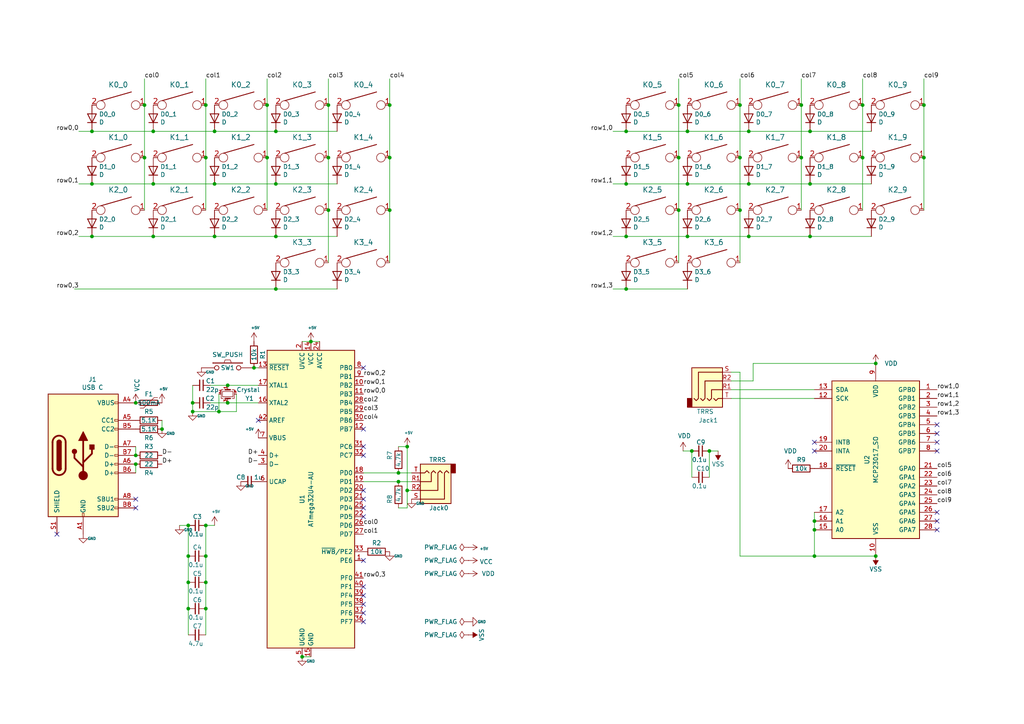
<source format=kicad_sch>
(kicad_sch (version 20230121) (generator eeschema)
  (paper "A4")
  (junction (at 59.69 168.91))
  (junction (at 234.95 68.58))
  (junction (at 44.45 38.1))
  (junction (at 181.61 68.58))
  (junction (at 115.57 139.7))
  (junction (at 59.69 161.29))
  (junction (at 80.01 38.1))
  (junction (at 181.61 38.1))
  (junction (at 199.39 68.58))
  (junction (at 196.85 60.96))
  (junction (at 234.95 53.34))
  (junction (at 236.22 153.67))
  (junction (at 199.39 53.34))
  (junction (at 62.23 38.1))
  (junction (at 87.63 190.5))
  (junction (at 59.69 176.53))
  (junction (at 44.45 68.58))
  (junction (at 55.88 116.84))
  (junction (at 39.37 132.08))
  (junction (at 95.25 45.72))
  (junction (at 118.11 142.24))
  (junction (at 39.37 134.62))
  (junction (at 115.57 137.16))
  (junction (at 236.22 151.13))
  (junction (at 26.67 38.1))
  (junction (at 214.63 60.96))
  (junction (at 217.17 53.34))
  (junction (at 66.04 111.76))
  (junction (at 26.67 68.58))
  (junction (at 254 105.41))
  (junction (at 196.85 45.72))
  (junction (at 181.61 53.34))
  (junction (at 54.61 176.53))
  (junction (at 55.88 119.38))
  (junction (at 196.85 30.48))
  (junction (at 267.97 30.48))
  (junction (at 217.17 38.1))
  (junction (at 113.03 45.72))
  (junction (at 73.66 106.68))
  (junction (at 214.63 45.72))
  (junction (at 90.17 99.06))
  (junction (at 250.19 30.48))
  (junction (at 77.47 30.48))
  (junction (at 95.25 30.48))
  (junction (at 39.37 116.84))
  (junction (at 59.69 45.72))
  (junction (at 59.69 30.48))
  (junction (at 181.61 83.82))
  (junction (at 205.74 130.81))
  (junction (at 54.61 168.91))
  (junction (at 232.41 30.48))
  (junction (at 59.69 152.4))
  (junction (at 250.19 45.72))
  (junction (at 80.01 83.82))
  (junction (at 80.01 53.34))
  (junction (at 63.5 119.38))
  (junction (at 254 161.29))
  (junction (at 236.22 161.29))
  (junction (at 46.99 124.46))
  (junction (at 234.95 38.1))
  (junction (at 26.67 53.34))
  (junction (at 62.23 68.58))
  (junction (at 232.41 45.72))
  (junction (at 200.66 130.81))
  (junction (at 41.91 30.48))
  (junction (at 113.03 30.48))
  (junction (at 267.97 45.72))
  (junction (at 54.61 161.29))
  (junction (at 113.03 60.96))
  (junction (at 80.01 68.58))
  (junction (at 214.63 30.48))
  (junction (at 41.91 45.72))
  (junction (at 118.11 129.54))
  (junction (at 95.25 60.96))
  (junction (at 44.45 53.34))
  (junction (at 66.04 116.84))
  (junction (at 199.39 38.1))
  (junction (at 54.61 152.4))
  (junction (at 217.17 68.58))
  (junction (at 77.47 45.72))
  (junction (at 62.23 53.34))
  (no_connect (at 236.22 128.27))
  (no_connect (at 105.41 106.68))
  (no_connect (at 39.37 144.78))
  (no_connect (at 105.41 177.8))
  (no_connect (at 271.78 151.13))
  (no_connect (at 105.41 180.34))
  (no_connect (at 271.78 128.27))
  (no_connect (at 105.41 162.56))
  (no_connect (at 105.41 144.78))
  (no_connect (at 105.41 147.32))
  (no_connect (at 105.41 170.18))
  (no_connect (at 105.41 129.54))
  (no_connect (at 105.41 149.86))
  (no_connect (at 74.93 121.92))
  (no_connect (at 271.78 130.81))
  (no_connect (at 271.78 123.19))
  (no_connect (at 271.78 148.59))
  (no_connect (at 16.51 154.94))
  (no_connect (at 105.41 175.26))
  (no_connect (at 271.78 125.73))
  (no_connect (at 39.37 147.32))
  (no_connect (at 236.22 130.81))
  (no_connect (at 271.78 153.67))
  (no_connect (at 105.41 132.08))
  (no_connect (at 388.62 93.98))
  (no_connect (at 105.41 172.72))
  (no_connect (at 105.41 124.46))
  (no_connect (at 105.41 142.24))
  (wire (pts (xy 68.58 119.38) (xy 63.5 119.38)))
  (wire (pts (xy 234.95 53.34) (xy 217.17 53.34)))
  (wire (pts (xy 80.01 83.82) (xy 97.79 83.82)))
  (wire (pts (xy 214.63 22.86) (xy 214.63 30.48)))
  (wire (pts (xy 113.03 30.48) (xy 113.03 45.72)))
  (wire (pts (xy 267.97 22.86) (xy 267.97 30.48)))
  (wire (pts (xy 198.12 130.81) (xy 200.66 130.81)))
  (wire (pts (xy 267.97 45.72) (xy 267.97 60.96)))
  (wire (pts (xy 181.61 83.82) (xy 199.39 83.82)))
  (wire (pts (xy 236.22 153.67) (xy 236.22 161.29)))
  (wire (pts (xy 113.03 76.2) (xy 113.03 60.96)))
  (wire (pts (xy 74.93 111.76) (xy 66.04 111.76)))
  (wire (pts (xy 95.25 76.2) (xy 95.25 60.96)))
  (wire (pts (xy 199.39 53.34) (xy 217.17 53.34)))
  (wire (pts (xy 212.09 113.03) (xy 236.22 113.03)))
  (wire (pts (xy 80.01 38.1) (xy 62.23 38.1)))
  (wire (pts (xy 196.85 45.72) (xy 196.85 60.96)))
  (wire (pts (xy 54.61 184.15) (xy 54.61 176.53)))
  (wire (pts (xy 199.39 38.1) (xy 217.17 38.1)))
  (wire (pts (xy 55.88 116.84) (xy 55.88 119.38)))
  (wire (pts (xy 46.99 121.92) (xy 46.99 124.46)))
  (wire (pts (xy 80.01 53.34) (xy 62.23 53.34)))
  (wire (pts (xy 196.85 76.2) (xy 196.85 60.96)))
  (wire (pts (xy 115.57 137.16) (xy 119.38 137.16)))
  (wire (pts (xy 59.69 168.91) (xy 59.69 176.53)))
  (wire (pts (xy 113.03 45.72) (xy 113.03 60.96)))
  (wire (pts (xy 66.04 111.76) (xy 60.96 111.76)))
  (wire (pts (xy 59.69 22.86) (xy 59.69 30.48)))
  (wire (pts (xy 115.57 129.54) (xy 118.11 129.54)))
  (wire (pts (xy 267.97 30.48) (xy 267.97 45.72)))
  (wire (pts (xy 22.86 68.58) (xy 26.67 68.58)))
  (wire (pts (xy 200.66 138.43) (xy 200.66 130.81)))
  (wire (pts (xy 95.25 45.72) (xy 95.25 60.96)))
  (wire (pts (xy 26.67 53.34) (xy 44.45 53.34)))
  (wire (pts (xy 59.69 176.53) (xy 59.69 184.15)))
  (wire (pts (xy 55.88 119.38) (xy 63.5 119.38)))
  (wire (pts (xy 54.61 161.29) (xy 54.61 152.4)))
  (wire (pts (xy 218.44 105.41) (xy 254 105.41)))
  (wire (pts (xy 77.47 45.72) (xy 77.47 60.96)))
  (wire (pts (xy 92.71 99.06) (xy 90.17 99.06)))
  (wire (pts (xy 119.38 142.24) (xy 118.11 142.24)))
  (wire (pts (xy 44.45 38.1) (xy 62.23 38.1)))
  (wire (pts (xy 68.58 114.3) (xy 68.58 119.38)))
  (wire (pts (xy 95.25 22.86) (xy 95.25 30.48)))
  (wire (pts (xy 52.07 152.4) (xy 54.61 152.4)))
  (wire (pts (xy 214.63 161.29) (xy 236.22 161.29)))
  (wire (pts (xy 118.11 147.32) (xy 118.11 142.24)))
  (wire (pts (xy 105.41 139.7) (xy 115.57 139.7)))
  (wire (pts (xy 59.69 161.29) (xy 59.69 168.91)))
  (wire (pts (xy 63.5 119.38) (xy 63.5 114.3)))
  (wire (pts (xy 252.73 53.34) (xy 234.95 53.34)))
  (wire (pts (xy 205.74 138.43) (xy 205.74 130.81)))
  (wire (pts (xy 54.61 168.91) (xy 54.61 161.29)))
  (wire (pts (xy 118.11 142.24) (xy 118.11 129.54)))
  (wire (pts (xy 218.44 110.49) (xy 218.44 105.41)))
  (wire (pts (xy 196.85 22.86) (xy 196.85 30.48)))
  (wire (pts (xy 177.8 68.58) (xy 181.61 68.58)))
  (wire (pts (xy 41.91 45.72) (xy 41.91 60.96)))
  (wire (pts (xy 234.95 38.1) (xy 217.17 38.1)))
  (wire (pts (xy 59.69 152.4) (xy 62.23 152.4)))
  (wire (pts (xy 232.41 45.72) (xy 232.41 60.96)))
  (wire (pts (xy 59.69 45.72) (xy 59.69 60.96)))
  (wire (pts (xy 60.96 116.84) (xy 66.04 116.84)))
  (wire (pts (xy 97.79 53.34) (xy 80.01 53.34)))
  (wire (pts (xy 59.69 152.4) (xy 59.69 161.29)))
  (wire (pts (xy 214.63 107.95) (xy 214.63 161.29)))
  (wire (pts (xy 212.09 107.95) (xy 214.63 107.95)))
  (wire (pts (xy 232.41 30.48) (xy 232.41 45.72)))
  (wire (pts (xy 74.93 106.68) (xy 73.66 106.68)))
  (wire (pts (xy 236.22 161.29) (xy 254 161.29)))
  (wire (pts (xy 77.47 30.48) (xy 77.47 45.72)))
  (wire (pts (xy 113.03 22.86) (xy 113.03 30.48)))
  (wire (pts (xy 214.63 60.96) (xy 214.63 76.2)))
  (wire (pts (xy 41.91 30.48) (xy 41.91 45.72)))
  (wire (pts (xy 54.61 176.53) (xy 54.61 168.91)))
  (wire (pts (xy 232.41 22.86) (xy 232.41 30.48)))
  (wire (pts (xy 208.28 130.81) (xy 205.74 130.81)))
  (wire (pts (xy 90.17 190.5) (xy 87.63 190.5)))
  (wire (pts (xy 250.19 30.48) (xy 250.19 45.72)))
  (wire (pts (xy 181.61 68.58) (xy 199.39 68.58)))
  (wire (pts (xy 21.59 83.82) (xy 80.01 83.82)))
  (wire (pts (xy 177.8 38.1) (xy 181.61 38.1)))
  (wire (pts (xy 97.79 38.1) (xy 80.01 38.1)))
  (wire (pts (xy 212.09 115.57) (xy 236.22 115.57)))
  (wire (pts (xy 252.73 68.58) (xy 234.95 68.58)))
  (wire (pts (xy 115.57 139.7) (xy 119.38 139.7)))
  (wire (pts (xy 39.37 132.08) (xy 39.37 129.54)))
  (wire (pts (xy 74.93 116.84) (xy 66.04 116.84)))
  (wire (pts (xy 214.63 30.48) (xy 214.63 45.72)))
  (wire (pts (xy 44.45 68.58) (xy 62.23 68.58)))
  (wire (pts (xy 212.09 110.49) (xy 218.44 110.49)))
  (wire (pts (xy 177.8 53.34) (xy 181.61 53.34)))
  (wire (pts (xy 236.22 151.13) (xy 236.22 153.67)))
  (wire (pts (xy 252.73 38.1) (xy 234.95 38.1)))
  (wire (pts (xy 59.69 30.48) (xy 59.69 45.72)))
  (wire (pts (xy 196.85 30.48) (xy 196.85 45.72)))
  (wire (pts (xy 250.19 22.86) (xy 250.19 30.48)))
  (wire (pts (xy 199.39 68.58) (xy 217.17 68.58)))
  (wire (pts (xy 105.41 137.16) (xy 115.57 137.16)))
  (wire (pts (xy 181.61 53.34) (xy 199.39 53.34)))
  (wire (pts (xy 26.67 38.1) (xy 44.45 38.1)))
  (wire (pts (xy 181.61 38.1) (xy 199.39 38.1)))
  (wire (pts (xy 80.01 68.58) (xy 62.23 68.58)))
  (wire (pts (xy 22.86 53.34) (xy 26.67 53.34)))
  (wire (pts (xy 236.22 148.59) (xy 236.22 151.13)))
  (wire (pts (xy 41.91 22.86) (xy 41.91 30.48)))
  (wire (pts (xy 97.79 68.58) (xy 80.01 68.58)))
  (wire (pts (xy 55.88 111.76) (xy 55.88 116.84)))
  (wire (pts (xy 77.47 22.86) (xy 77.47 30.48)))
  (wire (pts (xy 95.25 30.48) (xy 95.25 45.72)))
  (wire (pts (xy 39.37 137.16) (xy 39.37 134.62)))
  (wire (pts (xy 250.19 45.72) (xy 250.19 60.96)))
  (wire (pts (xy 214.63 45.72) (xy 214.63 60.96)))
  (wire (pts (xy 22.86 38.1) (xy 26.67 38.1)))
  (wire (pts (xy 44.45 53.34) (xy 62.23 53.34)))
  (wire (pts (xy 26.67 68.58) (xy 44.45 68.58)))
  (wire (pts (xy 217.17 68.58) (xy 234.95 68.58)))
  (wire (pts (xy 115.57 147.32) (xy 118.11 147.32)))
  (wire (pts (xy 90.17 99.06) (xy 87.63 99.06)))
  (wire (pts (xy 177.8 83.82) (xy 181.61 83.82)))
  (label "col9" (at 267.97 22.86 0))
  (label "row1,1" (at 177.8 53.34 180))
  (label "row1,3" (at 271.78 120.65 0))
  (label "col7" (at 271.78 140.97 0))
  (label "row0,3" (at 105.41 167.64 0))
  (label "col6" (at 271.78 138.43 0))
  (label "row1,0" (at 177.8 38.1 180))
  (label "row0,1" (at 105.41 111.76 0))
  (label "col5" (at 196.85 22.86 0))
  (label "row0,2" (at 105.41 109.22 0))
  (label "col1" (at 105.41 154.94 0))
  (label "D+" (at 74.93 132.08 180))
  (label "D-" (at 46.99 132.08 0))
  (label "col2" (at 77.47 22.86 0))
  (label "row1,2" (at 271.78 118.11 0))
  (label "row1,2" (at 177.8 68.58 180))
  (label "row0,3" (at 22.86 83.82 180))
  (label "col5" (at 271.78 135.89 0))
  (label "col3" (at 105.41 119.38 0))
  (label "col3" (at 95.25 22.86 0))
  (label "col4" (at 113.03 22.86 0))
  (label "col2" (at 105.41 116.84 0))
  (label "row0,1" (at 22.86 53.34 180))
  (label "col6" (at 214.63 22.86 0))
  (label "row1,3" (at 177.8 83.82 180))
  (label "col8" (at 271.78 143.51 0))
  (label "col1" (at 59.69 22.86 0))
  (label "col0" (at 41.91 22.86 0))
  (label "col0" (at 105.41 152.4 0))
  (label "row1,1" (at 271.78 115.57 0))
  (label "col8" (at 250.19 22.86 0))
  (label "col7" (at 232.41 22.86 0))
  (label "D+" (at 46.99 134.62 0))
  (label "row1,0" (at 271.78 113.03 0))
  (label "row0,0" (at 22.86 38.1 180))
  (label "col4" (at 105.41 121.92 0))
  (label "col9" (at 271.78 146.05 0))
  (label "D-" (at 74.93 134.62 180))
  (label "row0,0" (at 105.41 114.3 0))
  (label "row0,2" (at 22.86 68.58 180))
  (symbol (lib_id "Device:C_Small") (at 58.42 111.76 270) (unit 1)
    (property "Reference" "C1" (at 59.69 110.49 90) (effects (justify left)))
    (property "Value" "22p" (at 59.69 113.03 90) (effects (justify left)))
    (property "Footprint" "Capacitor_SMD:C_0805_2012Metric_Pad1.15x1.40mm_HandSolder" (effects hide))
    (property "LCSC Part" "C1804" (effects hide))
  )
  (symbol (lib_id "Device:C_Small") (at 58.42 116.84 90) (unit 1)
    (property "Reference" "C2" (at 62.23 115.57 90) (effects (justify left)))
    (property "Value" "22p" (at 63.5 118.11 90) (effects (justify left)))
    (property "Footprint" "Capacitor_SMD:C_0805_2012Metric_Pad1.15x1.40mm_HandSolder" (effects hide))
    (property "LCSC Part" "C1804" (effects hide))
  )
  (symbol (lib_id "Device:C_Small") (at 57.15 152.4 270) (unit 1)
    (property "Reference" "C3" (at 55.88 149.86 90) (effects (justify left)))
    (property "Value" "0.1u" (at 54.61 154.94 90) (effects (justify left)))
    (property "Footprint" "Capacitor_SMD:C_0805_2012Metric_Pad1.15x1.40mm_HandSolder" (effects hide))
    (property "LCSC Part" "C49678" (effects hide))
  )
  (symbol (lib_id "Device:C_Small") (at 57.15 161.29 270) (unit 1)
    (property "Reference" "C4" (at 55.88 158.75 90) (effects (justify left)))
    (property "Value" "0.1u" (at 54.61 163.83 90) (effects (justify left)))
    (property "Footprint" "Capacitor_SMD:C_0805_2012Metric_Pad1.15x1.40mm_HandSolder" (effects hide))
    (property "LCSC Part" "C49678" (effects hide))
  )
  (symbol (lib_id "Device:C_Small") (at 57.15 168.91 270) (unit 1)
    (property "Reference" "C5" (at 55.88 166.37 90) (effects (justify left)))
    (property "Value" "0.1u" (at 54.61 171.45 90) (effects (justify left)))
    (property "Footprint" "Capacitor_SMD:C_0805_2012Metric_Pad1.15x1.40mm_HandSolder" (effects hide))
    (property "LCSC Part" "C49678" (effects hide))
  )
  (symbol (lib_id "Device:C_Small") (at 57.15 176.53 270) (unit 1)
    (property "Reference" "C6" (at 55.88 173.99 90) (effects (justify left)))
    (property "Value" "0.1u" (at 54.61 179.07 90) (effects (justify left)))
    (property "Footprint" "Capacitor_SMD:C_0805_2012Metric_Pad1.15x1.40mm_HandSolder" (effects hide))
    (property "LCSC Part" "C49678" (effects hide))
  )
  (symbol (lib_id "Device:C_Small") (at 57.15 184.15 270) (unit 1)
    (property "Reference" "C7" (at 55.88 181.61 90) (effects (justify left)))
    (property "Value" "4.7u" (at 54.61 186.69 90) (effects (justify left)))
    (property "Footprint" "Capacitor_SMD:C_0805_2012Metric_Pad1.15x1.40mm_HandSolder" (effects hide))
    (property "LCSC Part" "C1779" (effects hide))
  )
  (symbol (lib_id "keyboard_parts:SW_PUSH") (at 66.04 106.68 0) (unit 1)
    (property "Reference" "SW1" (at 66.04 106.68 0))
    (property "Value" "SW_PUSH" (at 66.04 102.87 0))
    (property "Footprint" "Button_Switch_SMD:SW_SPST_B3U-1000P" (effects hide))
    (property "LCSC Part" "C231329" (effects hide))
  )
  (symbol (lib_id "Device:R") (at 73.66 102.87 180) (unit 1)
    (property "Reference" "R1" (at 76.2 102.87 90))
    (property "Value" "10k" (at 73.66 102.87 90))
    (property "Footprint" "Resistor_SMD:R_0805_2012Metric_Pad1.15x1.40mm_HandSolder" (effects hide))
    (property "LCSC Part" "C17414" (effects hide))
  )
  (symbol (lib_id "Device:R") (at 109.22 160.02 270) (unit 1)
    (property "Reference" "R2" (at 109.22 157.48 90))
    (property "Value" "10k" (at 109.22 160.02 90))
    (property "Footprint" "Resistor_SMD:R_0805_2012Metric_Pad1.15x1.40mm_HandSolder" (effects hide))
    (property "LCSC Part" "C17414" (effects hide))
  )
  (symbol (lib_id "Device:R") (at 43.18 132.08 270) (unit 1)
    (property "Reference" "R3" (at 43.18 129.54 90))
    (property "Value" "22" (at 43.18 132.08 90))
    (property "Footprint" "Resistor_SMD:R_0805_2012Metric_Pad1.15x1.40mm_HandSolder" (effects hide))
    (property "LCSC Part" "C17561" (effects hide))
  )
  (symbol (lib_id "Device:R") (at 43.18 134.62 270) (unit 1)
    (property "Reference" "R4" (at 43.18 137.16 90))
    (property "Value" "22" (at 43.18 134.62 90))
    (property "Footprint" "Resistor_SMD:R_0805_2012Metric_Pad1.15x1.40mm_HandSolder" (effects hide))
    (property "LCSC Part" "C17561" (effects hide))
  )
  (symbol (lib_id "Device:C_Small") (at 72.39 139.7 270) (unit 1)
    (property "Reference" "C8" (at 69.85 138.43 90))
    (property "Value" "1u" (at 74.93 138.43 90))
    (property "Footprint" "Capacitor_SMD:C_0805_2012Metric_Pad1.15x1.40mm_HandSolder" (effects hide))
    (property "LCSC Part" "C28323" (effects hide))
  )
  (symbol (lib_id "Interface_Expansion:MCP23017_SO") (at 254 133.35 0) (unit 1)
    (property "Reference" "U2" (at 251.46 133.35 90))
    (property "Value" "MCP23017_SO" (at 254 133.35 90))
    (property "Footprint" "Package_SO:SOIC-28W_7.5x17.9mm_P1.27mm" (effects hide))
    (property "Datasheet" "http://ww1.microchip.com/downloads/en/DeviceDoc/20001952C.pdf" (effects hide))
    (property "LCSC Part" "C47023" (effects hide))
  )
  (symbol (lib_id "Device:R") (at 43.18 121.92 270) (unit 1)
    (property "Reference" "R5" (at 43.18 119.38 90))
    (property "Value" "5.1K" (at 43.18 121.92 90))
    (property "Footprint" "Resistor_SMD:R_0805_2012Metric_Pad1.15x1.40mm_HandSolder" (effects hide))
    (property "LCSC Part" "C27834" (effects hide))
  )
  (symbol (lib_id "Device:R") (at 43.18 124.46 270) (unit 1)
    (property "Reference" "R6" (at 43.18 127 90))
    (property "Value" "5.1K" (at 43.18 124.46 90))
    (property "Footprint" "Resistor_SMD:R_0805_2012Metric_Pad1.15x1.40mm_HandSolder" (effects hide))
    (property "LCSC Part" "C27834" (effects hide))
  )
  (symbol (lib_id "power:GND") (at 46.99 124.46 0) (unit 1)
    (property "Reference" "#PWR0107" (effects hide))
    (property "Value" "GND" (at 48.26 125.73 0) (effects (font (size 0.762 0.762)) (justify left)))
  )
  (symbol (lib_id "Device:C_Small") (at 203.2 130.81 270) (unit 1)
    (property "Reference" "C9" (at 201.93 128.27 90) (effects (justify left)))
    (property "Value" "0.1u" (at 200.66 133.35 90) (effects (justify left)))
    (property "Footprint" "Capacitor_SMD:C_0805_2012Metric_Pad1.15x1.40mm_HandSolder" (effects hide))
    (property "LCSC Part" "C49678" (effects hide))
  )
  (symbol (lib_id "power:VDD") (at 198.12 130.81 0) (unit 1)
    (property "Reference" "#PWR0135" (effects hide))
    (property "Value" "VDD" (at 198.501 126.4158 0))
  )
  (symbol (lib_id "keyboard_parts:KEYSW") (at 34.29 30.48 0) (unit 1)
    (property "Reference" "K0_0" (at 34.29 24.5618 0) (effects (font (size 1.524 1.524))))
    (property "Value" "KEYSW" (effects hide))
    (property "Footprint" "switches:Choc_PG1350_Choc_Spacing" (effects hide))
    (property "DNP" "true" (effects hide))
    (property "JLCPCB BOM" "false" (effects hide))
  )
  (symbol (lib_id "Device:D") (at 26.67 34.29 90) (unit 1)
    (property "Reference" "D0_0" (at 28.702 33.1216 90) (effects (justify right)))
    (property "Value" "D" (at 28.702 35.433 90) (effects (justify right)))
    (property "Footprint" "Diode_SMD:D_SOD-123" (effects hide))
    (property "LCSC Part" "C81598" (effects hide))
  )
  (symbol (lib_id "keyboard_parts:KEYSW") (at 34.29 45.72 0) (unit 1)
    (property "Reference" "K1_0" (at 34.29 39.8018 0) (effects (font (size 1.524 1.524))))
    (property "Value" "KEYSW" (effects hide))
    (property "Footprint" "switches:Choc_PG1350_Choc_Spacing" (effects hide))
    (property "DNP" "true" (effects hide))
    (property "JLCPCB BOM" "false" (effects hide))
  )
  (symbol (lib_id "Device:D") (at 26.67 49.53 90) (unit 1)
    (property "Reference" "D1_0" (at 28.702 48.3616 90) (effects (justify right)))
    (property "Value" "D" (at 28.702 50.673 90) (effects (justify right)))
    (property "Footprint" "Diode_SMD:D_SOD-123" (effects hide))
    (property "LCSC Part" "C81598" (effects hide))
  )
  (symbol (lib_id "power:VDD") (at 254 105.41 0) (unit 1)
    (property "Reference" "#PWR0126" (effects hide))
    (property "Value" "VDD" (at 256.54 105.41 0) (effects (justify left)))
  )
  (symbol (lib_id "Device:D") (at 44.45 34.29 90) (unit 1)
    (property "Reference" "D0_1" (at 46.482 33.1216 90) (effects (justify right)))
    (property "Value" "D" (at 46.482 35.433 90) (effects (justify right)))
    (property "Footprint" "Diode_SMD:D_SOD-123" (effects hide))
    (property "LCSC Part" "C81598" (effects hide))
  )
  (symbol (lib_id "Device:D") (at 44.45 49.53 90) (unit 1)
    (property "Reference" "D1_1" (at 46.482 48.3616 90) (effects (justify right)))
    (property "Value" "D" (at 46.482 50.673 90) (effects (justify right)))
    (property "Footprint" "Diode_SMD:D_SOD-123" (effects hide))
    (property "LCSC Part" "C81598" (effects hide))
  )
  (symbol (lib_id "keyboard_parts:KEYSW") (at 52.07 45.72 0) (unit 1)
    (property "Reference" "K1_1" (at 52.07 39.8018 0) (effects (font (size 1.524 1.524))))
    (property "Value" "KEYSW" (effects hide))
    (property "Footprint" "switches:Choc_PG1350_Choc_Spacing" (effects hide))
    (property "DNP" "true" (effects hide))
    (property "JLCPCB BOM" "false" (effects hide))
  )
  (symbol (lib_id "keyboard_parts:KEYSW") (at 69.85 30.48 0) (unit 1)
    (property "Reference" "K0_2" (at 69.85 24.5618 0) (effects (font (size 1.524 1.524))))
    (property "Value" "KEYSW" (effects hide))
    (property "Footprint" "switches:Choc_PG1350_Choc_Spacing" (effects hide))
    (property "DNP" "true" (effects hide))
    (property "JLCPCB BOM" "false" (effects hide))
  )
  (symbol (lib_id "Device:D") (at 62.23 34.29 90) (unit 1)
    (property "Reference" "D0_2" (at 64.262 33.1216 90) (effects (justify right)))
    (property "Value" "D" (at 64.262 35.433 90) (effects (justify right)))
    (property "Footprint" "Diode_SMD:D_SOD-123" (effects hide))
    (property "LCSC Part" "C81598" (effects hide))
  )
  (symbol (lib_id "keyboard_parts:KEYSW") (at 52.07 30.48 0) (unit 1)
    (property "Reference" "K0_1" (at 52.07 24.5618 0) (effects (font (size 1.524 1.524))))
    (property "Value" "KEYSW" (effects hide))
    (property "Footprint" "switches:Choc_PG1350_Choc_Spacing" (effects hide))
    (property "DNP" "true" (effects hide))
    (property "JLCPCB BOM" "false" (effects hide))
  )
  (symbol (lib_id "keyboard_parts:KEYSW") (at 69.85 45.72 0) (unit 1)
    (property "Reference" "K1_2" (at 69.85 39.8018 0) (effects (font (size 1.524 1.524))))
    (property "Value" "KEYSW" (effects hide))
    (property "Footprint" "switches:Choc_PG1350_Choc_Spacing" (effects hide))
    (property "DNP" "true" (effects hide))
    (property "JLCPCB BOM" "false" (effects hide))
  )
  (symbol (lib_id "Device:D") (at 62.23 49.53 90) (unit 1)
    (property "Reference" "D1_2" (at 64.262 48.3616 90) (effects (justify right)))
    (property "Value" "D" (at 64.262 50.673 90) (effects (justify right)))
    (property "Footprint" "Diode_SMD:D_SOD-123" (effects hide))
    (property "LCSC Part" "C81598" (effects hide))
  )
  (symbol (lib_id "keyboard_parts:KEYSW") (at 34.29 60.96 0) (unit 1)
    (property "Reference" "K2_0" (at 34.29 55.0418 0) (effects (font (size 1.524 1.524))))
    (property "Value" "KEYSW" (effects hide))
    (property "Footprint" "switches:Choc_PG1350_Choc_Spacing" (effects hide))
    (property "DNP" "true" (effects hide))
    (property "JLCPCB BOM" "false" (effects hide))
  )
  (symbol (lib_id "Device:D") (at 26.67 64.77 90) (unit 1)
    (property "Reference" "D2_0" (at 28.702 63.6016 90) (effects (justify right)))
    (property "Value" "D" (at 28.702 65.913 90) (effects (justify right)))
    (property "Footprint" "Diode_SMD:D_SOD-123" (effects hide))
    (property "LCSC Part" "C81598" (effects hide))
  )
  (symbol (lib_id "keyboard_parts:KEYSW") (at 52.07 60.96 0) (unit 1)
    (property "Reference" "K2_1" (at 52.07 55.0418 0) (effects (font (size 1.524 1.524))))
    (property "Value" "KEYSW" (effects hide))
    (property "Footprint" "switches:Choc_PG1350_Choc_Spacing" (effects hide))
    (property "DNP" "true" (effects hide))
    (property "JLCPCB BOM" "false" (effects hide))
  )
  (symbol (lib_id "keyboard_parts:KEYSW") (at 69.85 60.96 0) (unit 1)
    (property "Reference" "K2_2" (at 69.85 55.0418 0) (effects (font (size 1.524 1.524))))
    (property "Value" "KEYSW" (effects hide))
    (property "Footprint" "switches:Choc_PG1350_Choc_Spacing" (effects hide))
    (property "DNP" "true" (effects hide))
    (property "JLCPCB BOM" "false" (effects hide))
  )
  (symbol (lib_id "Device:D") (at 44.45 64.77 90) (unit 1)
    (property "Reference" "D2_1" (at 46.482 63.6016 90) (effects (justify right)))
    (property "Value" "D" (at 46.482 65.913 90) (effects (justify right)))
    (property "Footprint" "Diode_SMD:D_SOD-123" (effects hide))
    (property "LCSC Part" "C81598" (effects hide))
  )
  (symbol (lib_id "Device:D") (at 62.23 64.77 90) (unit 1)
    (property "Reference" "D2_2" (at 64.262 63.6016 90) (effects (justify right)))
    (property "Value" "D" (at 64.262 65.913 90) (effects (justify right)))
    (property "Footprint" "Diode_SMD:D_SOD-123" (effects hide))
    (property "LCSC Part" "C81598" (effects hide))
  )
  (symbol (lib_id "keyboard_parts:KEYSW") (at 87.63 30.48 0) (unit 1)
    (property "Reference" "K0_3" (at 87.63 24.5618 0) (effects (font (size 1.524 1.524))))
    (property "Value" "KEYSW" (effects hide))
    (property "Footprint" "switches:Choc_PG1350_Choc_Spacing" (effects hide))
    (property "DNP" "true" (effects hide))
    (property "JLCPCB BOM" "false" (effects hide))
  )
  (symbol (lib_id "keyboard_parts:KEYSW") (at 87.63 45.72 0) (unit 1)
    (property "Reference" "K1_3" (at 87.63 39.8018 0) (effects (font (size 1.524 1.524))))
    (property "Value" "KEYSW" (effects hide))
    (property "Footprint" "switches:Choc_PG1350_Choc_Spacing" (effects hide))
    (property "DNP" "true" (effects hide))
    (property "JLCPCB BOM" "false" (effects hide))
  )
  (symbol (lib_id "keyboard_parts:KEYSW") (at 87.63 60.96 0) (unit 1)
    (property "Reference" "K2_3" (at 87.63 55.0418 0) (effects (font (size 1.524 1.524))))
    (property "Value" "KEYSW" (effects hide))
    (property "Footprint" "switches:Choc_PG1350_Choc_Spacing" (effects hide))
    (property "DNP" "true" (effects hide))
    (property "JLCPCB BOM" "false" (effects hide))
  )
  (symbol (lib_id "Device:D") (at 80.01 34.29 90) (unit 1)
    (property "Reference" "D0_3" (at 82.042 33.1216 90) (effects (justify right)))
    (property "Value" "D" (at 82.042 35.433 90) (effects (justify right)))
    (property "Footprint" "Diode_SMD:D_SOD-123" (effects hide))
    (property "LCSC Part" "C81598" (effects hide))
  )
  (symbol (lib_id "Device:D") (at 80.01 49.53 90) (unit 1)
    (property "Reference" "D1_3" (at 82.042 48.3616 90) (effects (justify right)))
    (property "Value" "D" (at 82.042 50.673 90) (effects (justify right)))
    (property "Footprint" "Diode_SMD:D_SOD-123" (effects hide))
    (property "LCSC Part" "C81598" (effects hide))
  )
  (symbol (lib_id "Device:D") (at 80.01 64.77 90) (unit 1)
    (property "Reference" "D2_3" (at 82.042 63.6016 90) (effects (justify right)))
    (property "Value" "D" (at 82.042 65.913 90) (effects (justify right)))
    (property "Footprint" "Diode_SMD:D_SOD-123" (effects hide))
    (property "LCSC Part" "C81598" (effects hide))
  )
  (symbol (lib_id "keyboard_parts:KEYSW") (at 105.41 30.48 0) (unit 1)
    (property "Reference" "K0_4" (at 105.41 24.5618 0) (effects (font (size 1.524 1.524))))
    (property "Value" "KEYSW" (effects hide))
    (property "Footprint" "switches:Choc_PG1350_Choc_Spacing" (effects hide))
    (property "DNP" "true" (effects hide))
    (property "JLCPCB BOM" "false" (effects hide))
  )
  (symbol (lib_id "Device:D") (at 97.79 34.29 90) (unit 1)
    (property "Reference" "D0_4" (at 99.822 33.1216 90) (effects (justify right)))
    (property "Value" "D" (at 99.822 35.433 90) (effects (justify right)))
    (property "Footprint" "Diode_SMD:D_SOD-123" (effects hide))
    (property "LCSC Part" "C81598" (effects hide))
  )
  (symbol (lib_id "keyboard_parts:KEYSW") (at 105.41 45.72 0) (unit 1)
    (property "Reference" "K1_4" (at 105.41 39.8018 0) (effects (font (size 1.524 1.524))))
    (property "Value" "KEYSW" (effects hide))
    (property "Footprint" "switches:Choc_PG1350_Choc_Spacing" (effects hide))
    (property "DNP" "true" (effects hide))
    (property "JLCPCB BOM" "false" (effects hide))
  )
  (symbol (lib_id "Device:D") (at 97.79 49.53 90) (unit 1)
    (property "Reference" "D1_4" (at 99.822 48.3616 90) (effects (justify right)))
    (property "Value" "D" (at 99.822 50.673 90) (effects (justify right)))
    (property "Footprint" "Diode_SMD:D_SOD-123" (effects hide))
    (property "LCSC Part" "C81598" (effects hide))
  )
  (symbol (lib_id "keyboard_parts:KEYSW") (at 105.41 60.96 0) (unit 1)
    (property "Reference" "K2_4" (at 105.41 55.0418 0) (effects (font (size 1.524 1.524))))
    (property "Value" "KEYSW" (effects hide))
    (property "Footprint" "switches:Choc_PG1350_Choc_Spacing" (effects hide))
    (property "DNP" "true" (effects hide))
    (property "JLCPCB BOM" "false" (effects hide))
  )
  (symbol (lib_id "Device:D") (at 97.79 64.77 90) (unit 1)
    (property "Reference" "D2_4" (at 99.822 63.6016 90) (effects (justify right)))
    (property "Value" "D" (at 99.822 65.913 90) (effects (justify right)))
    (property "Footprint" "Diode_SMD:D_SOD-123" (effects hide))
    (property "LCSC Part" "C81598" (effects hide))
  )
  (symbol (lib_id "keyboard_parts:KEYSW") (at 87.63 76.2 0) (unit 1)
    (property "Reference" "K3_3" (at 87.63 70.2818 0) (effects (font (size 1.524 1.524))))
    (property "Value" "KEYSW" (effects hide))
    (property "Footprint" "switches:Choc_PG1350_Choc_Spacing" (effects hide))
    (property "DNP" "true" (effects hide))
    (property "JLCPCB BOM" "false" (effects hide))
  )
  (symbol (lib_id "keyboard_parts:KEYSW") (at 105.41 76.2 0) (unit 1)
    (property "Reference" "K3_4" (at 105.41 70.2818 0) (effects (font (size 1.524 1.524))))
    (property "Value" "KEYSW" (effects hide))
    (property "Footprint" "switches:Choc_PG1350_Choc_Spacing" (effects hide))
    (property "DNP" "true" (effects hide))
    (property "JLCPCB BOM" "false" (effects hide))
  )
  (symbol (lib_id "Device:D") (at 80.01 80.01 90) (unit 1)
    (property "Reference" "D3_3" (at 82.042 78.8416 90) (effects (justify right)))
    (property "Value" "D" (at 82.042 81.153 90) (effects (justify right)))
    (property "Footprint" "Diode_SMD:D_SOD-123" (effects hide))
    (property "LCSC Part" "C81598" (effects hide))
  )
  (symbol (lib_id "Device:D") (at 97.79 80.01 90) (unit 1)
    (property "Reference" "D3_4" (at 99.822 78.8416 90) (effects (justify right)))
    (property "Value" "D" (at 99.822 81.153 90) (effects (justify right)))
    (property "Footprint" "Diode_SMD:D_SOD-123" (effects hide))
    (property "LCSC Part" "C81598" (effects hide))
  )
  (symbol (lib_id "Connector:USB_C_Receptacle_USB2.0") (at 24.13 132.08 0) (unit 1)
    (property "Reference" "J1" (at 26.8478 110.0582 0))
    (property "Value" "USB C" (at 26.8478 112.3696 0))
    (property "Footprint" "Connector_USB:USB_C_Receptacle_HRO_TYPE-C-31-M-12" (effects hide))
    (property "Datasheet" "https://www.usb.org/sites/default/files/documents/usb_type-c.zip" (effects hide))
    (property "LCSC Part" "C165948" (effects hide))
  )
  (symbol (lib_id "Device:Polyfuse") (at 43.18 116.84 270) (unit 1)
    (property "Reference" "F1" (at 43.18 114.3 90))
    (property "Value" "500mA" (at 43.18 116.84 90))
    (property "Footprint" "Fuse:Fuse_1206_3216Metric" (effects hide))
    (property "LCSC Part" "C151162" (effects hide))
  )
  (symbol (lib_id "power:+5V") (at 46.99 116.84 0) (unit 1)
    (property "Reference" "#PWR0102" (effects hide))
    (property "Value" "+5V" (at 47.371 112.8268 0) (effects (font (size 0.762 0.762))))
  )
  (symbol (lib_id "Connector:AudioJack4") (at 207.01 110.49 0) (unit 1)
    (property "Reference" "Jack1" (at 208.28 121.92 0) (effects (justify right)))
    (property "Value" "TRRS" (at 207.01 119.38 0) (effects (justify right)))
    (property "Footprint" "kbd:TRRS-PJ-320A" (effects hide))
    (property "LCSC Part" "C12569" (effects hide))
  )
  (symbol (lib_id "Device:Crystal_GND24_Small") (at 66.04 114.3 270) (unit 1)
    (property "Reference" "Y1" (at 71.12 115.57 90) (effects (justify left)))
    (property "Value" "Crystal" (at 68.58 113.03 90) (effects (justify left)))
    (property "Footprint" "Crystal:Crystal_SMD_3225-4Pin_3.2x2.5mm" (effects hide))
    (property "Datasheet" "https://lcsc.com/product-detail/SMD-Crystal-Resonators_Yangxing-Tech-X322516MLB4SI_C13738.html/?href=jlc-SMT" (effects hide))
    (property "LCSC Part" "C13738" (effects hide))
  )
  (symbol (lib_id "power:VSS") (at 254 161.29 180) (unit 1)
    (property "Reference" "#PWR0121" (effects hide))
    (property "Value" "VSS" (at 254 165.1 0))
  )
  (symbol (lib_id "power:VSS") (at 208.28 130.81 180) (unit 1)
    (property "Reference" "#PWR0123" (effects hide))
    (property "Value" "VSS" (at 208.28 134.62 0))
  )
  (symbol (lib_id "MCU_Microchip_ATmega:ATmega32U4-AU") (at 90.17 144.78 0) (unit 1)
    (property "Reference" "U1" (at 87.63 144.78 90))
    (property "Value" "ATmega32U4-AU" (at 90.17 144.78 90))
    (property "Footprint" "Package_QFP:TQFP-44_10x10mm_P0.8mm" (effects hide))
    (property "Datasheet" "http://ww1.microchip.com/downloads/en/DeviceDoc/Atmel-7766-8-bit-AVR-ATmega16U4-32U4_Datasheet.pdf" (effects hide))
    (property "LCSC Part" "C44854" (effects hide))
  )
  (symbol (lib_id "power:GND") (at 55.88 119.38 0) (unit 1)
    (property "Reference" "#PWR0101" (effects hide))
    (property "Value" "GND" (at 57.15 120.65 0) (effects (font (size 0.762 0.762)) (justify left)))
  )
  (symbol (lib_id "power:GND") (at 58.42 106.68 0) (unit 1)
    (property "Reference" "#PWR0103" (effects hide))
    (property "Value" "GND" (at 59.69 107.95 0) (effects (font (size 0.762 0.762)) (justify left)))
  )
  (symbol (lib_id "power:GND") (at 113.03 160.02 0) (unit 1)
    (property "Reference" "#PWR0105" (effects hide))
    (property "Value" "GND" (at 114.3 161.29 0) (effects (font (size 0.762 0.762)) (justify left)))
  )
  (symbol (lib_id "power:GND") (at 119.38 144.78 0) (unit 1)
    (property "Reference" "#PWR0106" (effects hide))
    (property "Value" "GND" (at 120.65 146.05 0) (effects (font (size 0.762 0.762)) (justify left)))
  )
  (symbol (lib_id "power:GND") (at 24.13 154.94 0) (unit 1)
    (property "Reference" "#PWR0108" (effects hide))
    (property "Value" "GND" (at 25.4 156.21 0) (effects (font (size 0.762 0.762)) (justify left)))
  )
  (symbol (lib_id "power:GND") (at 87.63 190.5 0) (unit 1)
    (property "Reference" "#PWR0110" (effects hide))
    (property "Value" "GND" (at 88.9 191.77 0) (effects (font (size 0.762 0.762)) (justify left)))
  )
  (symbol (lib_id "power:GND") (at 52.07 152.4 0) (unit 1)
    (property "Reference" "#PWR0111" (effects hide))
    (property "Value" "GND" (at 53.34 153.67 0) (effects (font (size 0.762 0.762)) (justify left)))
  )
  (symbol (lib_id "power:GND") (at 69.85 139.7 0) (unit 1)
    (property "Reference" "#PWR0115" (effects hide))
    (property "Value" "GND" (at 71.12 140.97 0) (effects (font (size 0.762 0.762)) (justify left)))
  )
  (symbol (lib_id "power:+5V") (at 73.66 99.06 0) (unit 1)
    (property "Reference" "#PWR0104" (effects hide))
    (property "Value" "+5V" (at 74.041 95.0468 0) (effects (font (size 0.762 0.762))))
  )
  (symbol (lib_id "power:+5V") (at 90.17 99.06 0) (unit 1)
    (property "Reference" "#PWR0113" (effects hide))
    (property "Value" "+5V" (at 90.551 95.0468 0) (effects (font (size 0.762 0.762))))
  )
  (symbol (lib_id "power:+5V") (at 74.93 127 0) (unit 1)
    (property "Reference" "#PWR0114" (effects hide))
    (property "Value" "+5V" (at 72.39 124.46 0) (effects (font (size 0.762 0.762))))
  )
  (symbol (lib_id "power:+5V") (at 62.23 152.4 0) (unit 1)
    (property "Reference" "#PWR0116" (effects hide))
    (property "Value" "+5V" (at 62.611 148.3868 0) (effects (font (size 0.762 0.762))))
  )
  (symbol (lib_id "power:+5V") (at 118.11 129.54 0) (unit 1)
    (property "Reference" "#PWR0117" (effects hide))
    (property "Value" "+5V" (at 118.491 125.5268 0) (effects (font (size 0.762 0.762))))
  )
  (symbol (lib_id "power:PWR_FLAG") (at 135.89 162.56 90) (unit 1)
    (property "Reference" "#FLG0102" (effects hide))
    (property "Value" "PWR_FLAG" (at 132.6642 162.56 90) (effects (justify left)))
  )
  (symbol (lib_id "power:PWR_FLAG") (at 135.89 166.37 90) (unit 1)
    (property "Reference" "#FLG0101" (effects hide))
    (property "Value" "PWR_FLAG" (at 132.6642 166.37 90) (effects (justify left)))
  )
  (symbol (lib_id "power:VCC") (at 135.89 162.56 270) (unit 1)
    (property "Reference" "#PWR0119" (effects hide))
    (property "Value" "VCC" (at 139.1158 162.941 90) (effects (justify left)))
  )
  (symbol (lib_id "power:VDD") (at 135.89 166.37 270) (unit 1)
    (property "Reference" "#PWR0122" (effects hide))
    (property "Value" "VDD" (at 139.7 166.37 90) (effects (justify left)))
  )
  (symbol (lib_id "power:+5V") (at 135.89 158.75 270) (unit 1)
    (property "Reference" "#PWR0127" (effects hide))
    (property "Value" "+5V" (at 139.1412 159.131 90) (effects (font (size 0.762 0.762)) (justify left)))
  )
  (symbol (lib_id "power:PWR_FLAG") (at 135.89 158.75 90) (unit 1)
    (property "Reference" "#FLG0103" (effects hide))
    (property "Value" "PWR_FLAG" (at 132.6642 158.75 90) (effects (justify left)))
  )
  (symbol (lib_id "power:PWR_FLAG") (at 135.89 180.34 90) (unit 1)
    (property "Reference" "#FLG0104" (effects hide))
    (property "Value" "PWR_FLAG" (at 132.6642 180.34 90) (effects (justify left)))
  )
  (symbol (lib_id "power:GND") (at 135.89 180.34 90) (unit 1)
    (property "Reference" "#PWR0128" (effects hide))
    (property "Value" "GND" (at 140.97 180.34 90) (effects (font (size 0.762 0.762)) (justify left)))
  )
  (symbol (lib_id "power:PWR_FLAG") (at 135.89 184.15 90) (unit 1)
    (property "Reference" "#FLG0105" (effects hide))
    (property "Value" "PWR_FLAG" (at 132.6642 184.15 90) (effects (justify left)))
  )
  (symbol (lib_id "power:VSS") (at 135.89 184.15 270) (unit 1)
    (property "Reference" "#PWR0129" (effects hide))
    (property "Value" "VSS" (at 139.7 184.15 0))
  )
  (symbol (lib_id "power:VCC") (at 39.37 116.84 0) (unit 1)
    (property "Reference" "#PWR0109" (effects hide))
    (property "Value" "VCC" (at 39.751 113.6142 90) (effects (justify left)))
  )
  (symbol (lib_id "Device:C_Small") (at 203.2 138.43 270) (unit 1)
    (property "Reference" "C10" (at 201.93 135.89 90) (effects (justify left)))
    (property "Value" "0.1u" (at 200.66 140.97 90) (effects (justify left)))
    (property "Footprint" "Capacitor_SMD:C_0805_2012Metric_Pad1.15x1.40mm_HandSolder" (effects hide))
    (property "LCSC Part" "C49678" (effects hide))
  )
  (symbol (lib_id "Device:R") (at 232.41 135.89 270) (unit 1)
    (property "Reference" "R9" (at 232.41 133.35 90))
    (property "Value" "10k" (at 232.41 135.89 90))
    (property "Footprint" "Resistor_SMD:R_0805_2012Metric_Pad1.15x1.40mm_HandSolder" (effects hide))
    (property "LCSC Part" "C17414" (effects hide))
  )
  (symbol (lib_id "power:VDD") (at 228.6 135.89 0) (unit 1)
    (property "Reference" "#PWR0112" (effects hide))
    (property "Value" "VDD" (at 227.33 130.81 0) (effects (justify left)))
  )
  (symbol (lib_id "keyboard_parts:KEYSW") (at 189.23 30.48 0) (unit 1)
    (property "Reference" "K0_5" (at 189.23 24.5618 0) (effects (font (size 1.524 1.524))))
    (property "Value" "KEYSW" (effects hide))
    (property "Footprint" "switches:Choc_PG1350_Choc_Spacing" (effects hide))
    (property "DNP" "true" (effects hide))
    (property "JLCPCB BOM" "false" (effects hide))
  )
  (symbol (lib_id "Device:D") (at 181.61 34.29 90) (unit 1)
    (property "Reference" "D0_5" (at 183.642 33.1216 90) (effects (justify right)))
    (property "Value" "D" (at 183.642 35.433 90) (effects (justify right)))
    (property "Footprint" "Diode_SMD:D_SOD-123" (effects hide))
    (property "LCSC Part" "C81598" (effects hide))
  )
  (symbol (lib_id "keyboard_parts:KEYSW") (at 189.23 45.72 0) (unit 1)
    (property "Reference" "K1_5" (at 189.23 39.8018 0) (effects (font (size 1.524 1.524))))
    (property "Value" "KEYSW" (effects hide))
    (property "Footprint" "switches:Choc_PG1350_Choc_Spacing" (effects hide))
    (property "DNP" "true" (effects hide))
    (property "JLCPCB BOM" "false" (effects hide))
  )
  (symbol (lib_id "Device:D") (at 181.61 49.53 90) (unit 1)
    (property "Reference" "D1_5" (at 183.642 48.3616 90) (effects (justify right)))
    (property "Value" "D" (at 183.642 50.673 90) (effects (justify right)))
    (property "Footprint" "Diode_SMD:D_SOD-123" (effects hide))
    (property "LCSC Part" "C81598" (effects hide))
  )
  (symbol (lib_id "Device:D") (at 199.39 34.29 90) (unit 1)
    (property "Reference" "D0_6" (at 201.422 33.1216 90) (effects (justify right)))
    (property "Value" "D" (at 201.422 35.433 90) (effects (justify right)))
    (property "Footprint" "Diode_SMD:D_SOD-123" (effects hide))
    (property "LCSC Part" "C81598" (effects hide))
  )
  (symbol (lib_id "Device:D") (at 199.39 49.53 90) (unit 1)
    (property "Reference" "D1_6" (at 201.422 48.3616 90) (effects (justify right)))
    (property "Value" "D" (at 201.422 50.673 90) (effects (justify right)))
    (property "Footprint" "Diode_SMD:D_SOD-123" (effects hide))
    (property "LCSC Part" "C81598" (effects hide))
  )
  (symbol (lib_id "keyboard_parts:KEYSW") (at 207.01 45.72 0) (unit 1)
    (property "Reference" "K1_6" (at 207.01 39.8018 0) (effects (font (size 1.524 1.524))))
    (property "Value" "KEYSW" (effects hide))
    (property "Footprint" "switches:Choc_PG1350_Choc_Spacing" (effects hide))
    (property "DNP" "true" (effects hide))
    (property "JLCPCB BOM" "false" (effects hide))
  )
  (symbol (lib_id "keyboard_parts:KEYSW") (at 224.79 30.48 0) (unit 1)
    (property "Reference" "K0_7" (at 224.79 24.5618 0) (effects (font (size 1.524 1.524))))
    (property "Value" "KEYSW" (effects hide))
    (property "Footprint" "switches:Choc_PG1350_Choc_Spacing" (effects hide))
    (property "DNP" "true" (effects hide))
    (property "JLCPCB BOM" "false" (effects hide))
  )
  (symbol (lib_id "Device:D") (at 217.17 34.29 90) (unit 1)
    (property "Reference" "D0_7" (at 219.202 33.1216 90) (effects (justify right)))
    (property "Value" "D" (at 219.202 35.433 90) (effects (justify right)))
    (property "Footprint" "Diode_SMD:D_SOD-123" (effects hide))
    (property "LCSC Part" "C81598" (effects hide))
  )
  (symbol (lib_id "keyboard_parts:KEYSW") (at 207.01 30.48 0) (unit 1)
    (property "Reference" "K0_6" (at 207.01 24.5618 0) (effects (font (size 1.524 1.524))))
    (property "Value" "KEYSW" (effects hide))
    (property "Footprint" "switches:Choc_PG1350_Choc_Spacing" (effects hide))
    (property "DNP" "true" (effects hide))
    (property "JLCPCB BOM" "false" (effects hide))
  )
  (symbol (lib_id "keyboard_parts:KEYSW") (at 224.79 45.72 0) (unit 1)
    (property "Reference" "K1_7" (at 224.79 39.8018 0) (effects (font (size 1.524 1.524))))
    (property "Value" "KEYSW" (effects hide))
    (property "Footprint" "switches:Choc_PG1350_Choc_Spacing" (effects hide))
    (property "DNP" "true" (effects hide))
    (property "JLCPCB BOM" "false" (effects hide))
  )
  (symbol (lib_id "Device:D") (at 217.17 49.53 90) (unit 1)
    (property "Reference" "D1_7" (at 219.202 48.3616 90) (effects (justify right)))
    (property "Value" "D" (at 219.202 50.673 90) (effects (justify right)))
    (property "Footprint" "Diode_SMD:D_SOD-123" (effects hide))
    (property "LCSC Part" "C81598" (effects hide))
  )
  (symbol (lib_id "keyboard_parts:KEYSW") (at 189.23 60.96 0) (unit 1)
    (property "Reference" "K2_5" (at 189.23 55.0418 0) (effects (font (size 1.524 1.524))))
    (property "Value" "KEYSW" (effects hide))
    (property "Footprint" "switches:Choc_PG1350_Choc_Spacing" (effects hide))
    (property "DNP" "true" (effects hide))
    (property "JLCPCB BOM" "false" (effects hide))
  )
  (symbol (lib_id "Device:D") (at 181.61 64.77 90) (unit 1)
    (property "Reference" "D2_5" (at 183.642 63.6016 90) (effects (justify right)))
    (property "Value" "D" (at 183.642 65.913 90) (effects (justify right)))
    (property "Footprint" "Diode_SMD:D_SOD-123" (effects hide))
    (property "LCSC Part" "C81598" (effects hide))
  )
  (symbol (lib_id "keyboard_parts:KEYSW") (at 207.01 60.96 0) (unit 1)
    (property "Reference" "K2_6" (at 207.01 55.0418 0) (effects (font (size 1.524 1.524))))
    (property "Value" "KEYSW" (effects hide))
    (property "Footprint" "switches:Choc_PG1350_Choc_Spacing" (effects hide))
    (property "DNP" "true" (effects hide))
    (property "JLCPCB BOM" "false" (effects hide))
  )
  (symbol (lib_id "keyboard_parts:KEYSW") (at 224.79 60.96 0) (unit 1)
    (property "Reference" "K2_7" (at 224.79 55.0418 0) (effects (font (size 1.524 1.524))))
    (property "Value" "KEYSW" (effects hide))
    (property "Footprint" "switches:Choc_PG1350_Choc_Spacing" (effects hide))
    (property "DNP" "true" (effects hide))
    (property "JLCPCB BOM" "false" (effects hide))
  )
  (symbol (lib_id "Device:D") (at 199.39 64.77 90) (unit 1)
    (property "Reference" "D2_6" (at 201.422 63.6016 90) (effects (justify right)))
    (property "Value" "D" (at 201.422 65.913 90) (effects (justify right)))
    (property "Footprint" "Diode_SMD:D_SOD-123" (effects hide))
    (property "LCSC Part" "C81598" (effects hide))
  )
  (symbol (lib_id "Device:D") (at 217.17 64.77 90) (unit 1)
    (property "Reference" "D2_7" (at 219.202 63.6016 90) (effects (justify right)))
    (property "Value" "D" (at 219.202 65.913 90) (effects (justify right)))
    (property "Footprint" "Diode_SMD:D_SOD-123" (effects hide))
    (property "LCSC Part" "C81598" (effects hide))
  )
  (symbol (lib_id "keyboard_parts:KEYSW") (at 242.57 30.48 0) (unit 1)
    (property "Reference" "K0_8" (at 242.57 24.5618 0) (effects (font (size 1.524 1.524))))
    (property "Value" "KEYSW" (effects hide))
    (property "Footprint" "switches:Choc_PG1350_Choc_Spacing" (effects hide))
    (property "DNP" "true" (effects hide))
    (property "JLCPCB BOM" "false" (effects hide))
  )
  (symbol (lib_id "keyboard_parts:KEYSW") (at 242.57 45.72 0) (unit 1)
    (property "Reference" "K1_8" (at 242.57 39.8018 0) (effects (font (size 1.524 1.524))))
    (property "Value" "KEYSW" (effects hide))
    (property "Footprint" "switches:Choc_PG1350_Choc_Spacing" (effects hide))
    (property "DNP" "true" (effects hide))
    (property "JLCPCB BOM" "false" (effects hide))
  )
  (symbol (lib_id "keyboard_parts:KEYSW") (at 242.57 60.96 0) (unit 1)
    (property "Reference" "K2_8" (at 242.57 55.0418 0) (effects (font (size 1.524 1.524))))
    (property "Value" "KEYSW" (effects hide))
    (property "Footprint" "switches:Choc_PG1350_Choc_Spacing" (effects hide))
    (property "DNP" "true" (effects hide))
    (property "JLCPCB BOM" "false" (effects hide))
  )
  (symbol (lib_id "Device:D") (at 234.95 34.29 90) (unit 1)
    (property "Reference" "D0_8" (at 236.982 33.1216 90) (effects (justify right)))
    (property "Value" "D" (at 236.982 35.433 90) (effects (justify right)))
    (property "Footprint" "Diode_SMD:D_SOD-123" (effects hide))
    (property "LCSC Part" "C81598" (effects hide))
  )
  (symbol (lib_id "Device:D") (at 234.95 49.53 90) (unit 1)
    (property "Reference" "D1_8" (at 236.982 48.3616 90) (effects (justify right)))
    (property "Value" "D" (at 236.982 50.673 90) (effects (justify right)))
    (property "Footprint" "Diode_SMD:D_SOD-123" (effects hide))
    (property "LCSC Part" "C81598" (effects hide))
  )
  (symbol (lib_id "Device:D") (at 234.95 64.77 90) (unit 1)
    (property "Reference" "D2_8" (at 236.982 63.6016 90) (effects (justify right)))
    (property "Value" "D" (at 236.982 65.913 90) (effects (justify right)))
    (property "Footprint" "Diode_SMD:D_SOD-123" (effects hide))
    (property "LCSC Part" "C81598" (effects hide))
  )
  (symbol (lib_id "keyboard_parts:KEYSW") (at 260.35 30.48 0) (unit 1)
    (property "Reference" "K0_9" (at 260.35 24.5618 0) (effects (font (size 1.524 1.524))))
    (property "Value" "KEYSW" (effects hide))
    (property "Footprint" "switches:Choc_PG1350_Choc_Spacing" (effects hide))
    (property "DNP" "true" (effects hide))
    (property "JLCPCB BOM" "false" (effects hide))
  )
  (symbol (lib_id "Device:D") (at 252.73 34.29 90) (unit 1)
    (property "Reference" "D0_9" (at 254.762 33.1216 90) (effects (justify right)))
    (property "Value" "D" (at 254.762 35.433 90) (effects (justify right)))
    (property "Footprint" "Diode_SMD:D_SOD-123" (effects hide))
    (property "LCSC Part" "C81598" (effects hide))
  )
  (symbol (lib_id "keyboard_parts:KEYSW") (at 260.35 45.72 0) (unit 1)
    (property "Reference" "K1_9" (at 260.35 39.8018 0) (effects (font (size 1.524 1.524))))
    (property "Value" "KEYSW" (effects hide))
    (property "Footprint" "switches:Choc_PG1350_Choc_Spacing" (effects hide))
    (property "DNP" "true" (effects hide))
    (property "JLCPCB BOM" "false" (effects hide))
  )
  (symbol (lib_id "Device:D") (at 252.73 49.53 90) (unit 1)
    (property "Reference" "D1_9" (at 254.762 48.3616 90) (effects (justify right)))
    (property "Value" "D" (at 254.762 50.673 90) (effects (justify right)))
    (property "Footprint" "Diode_SMD:D_SOD-123" (effects hide))
    (property "LCSC Part" "C81598" (effects hide))
  )
  (symbol (lib_id "keyboard_parts:KEYSW") (at 260.35 60.96 0) (unit 1)
    (property "Reference" "K2_9" (at 260.35 55.0418 0) (effects (font (size 1.524 1.524))))
    (property "Value" "KEYSW" (effects hide))
    (property "Footprint" "switches:Choc_PG1350_Choc_Spacing" (effects hide))
    (property "DNP" "true" (effects hide))
    (property "JLCPCB BOM" "false" (effects hide))
  )
  (symbol (lib_id "Device:D") (at 252.73 64.77 90) (unit 1)
    (property "Reference" "D2_9" (at 254.762 63.6016 90) (effects (justify right)))
    (property "Value" "D" (at 254.762 65.913 90) (effects (justify right)))
    (property "Footprint" "Diode_SMD:D_SOD-123" (effects hide))
    (property "LCSC Part" "C81598" (effects hide))
  )
  (symbol (lib_id "keyboard_parts:KEYSW") (at 189.23 76.2 0) (unit 1)
    (property "Reference" "K3_5" (at 189.23 70.2818 0) (effects (font (size 1.524 1.524))))
    (property "Value" "KEYSW" (effects hide))
    (property "Footprint" "switches:Choc_PG1350_Choc_Spacing" (effects hide))
    (property "DNP" "true" (effects hide))
    (property "JLCPCB BOM" "false" (effects hide))
  )
  (symbol (lib_id "keyboard_parts:KEYSW") (at 207.01 76.2 0) (unit 1)
    (property "Reference" "K3_6" (at 207.01 70.2818 0) (effects (font (size 1.524 1.524))))
    (property "Value" "KEYSW" (effects hide))
    (property "Footprint" "switches:Choc_PG1350_Choc_Spacing" (effects hide))
    (property "DNP" "true" (effects hide))
    (property "JLCPCB BOM" "false" (effects hide))
  )
  (symbol (lib_id "Device:D") (at 181.61 80.01 90) (unit 1)
    (property "Reference" "D3_5" (at 183.642 78.8416 90) (effects (justify right)))
    (property "Value" "D" (at 183.642 81.153 90) (effects (justify right)))
    (property "Footprint" "Diode_SMD:D_SOD-123" (effects hide))
    (property "LCSC Part" "C81598" (effects hide))
  )
  (symbol (lib_id "Device:D") (at 199.39 80.01 90) (unit 1)
    (property "Reference" "D3_6" (at 201.422 78.8416 90) (effects (justify right)))
    (property "Value" "D" (at 201.422 81.153 90) (effects (justify right)))
    (property "Footprint" "Diode_SMD:D_SOD-123" (effects hide))
    (property "LCSC Part" "C81598" (effects hide))
  )
  (symbol (lib_id "Connector:AudioJack4") (at 124.46 142.24 180) (unit 1)
    (property "Reference" "Jack0" (at 124.46 147.32 0) (effects (justify right)))
    (property "Value" "TRRS" (at 124.46 133.35 0) (effects (justify right)))
    (property "Footprint" "kbd:TRRS-PJ-320A" (effects hide))
    (property "LCSC Part" "C12569" (effects hide))
  )
  (symbol (lib_id "Device:R") (at 115.57 133.35 180) (unit 1)
    (property "Reference" "R7" (at 113.03 132.08 90))
    (property "Value" "4.7k" (at 115.57 133.35 90))
    (property "Footprint" "Resistor_SMD:R_0805_2012Metric_Pad1.15x1.40mm_HandSolder" (effects hide))
    (property "LCSC Part" "C17673" (effects hide))
  )
  (symbol (lib_id "Device:R") (at 115.57 143.51 180) (unit 1)
    (property "Reference" "R8" (at 113.03 144.78 90))
    (property "Value" "4.7k" (at 115.57 143.51 90))
    (property "Footprint" "Resistor_SMD:R_0805_2012Metric_Pad1.15x1.40mm_HandSolder" (effects hide))
    (property "LCSC Part" "C17673" (effects hide))
  )
)
</source>
